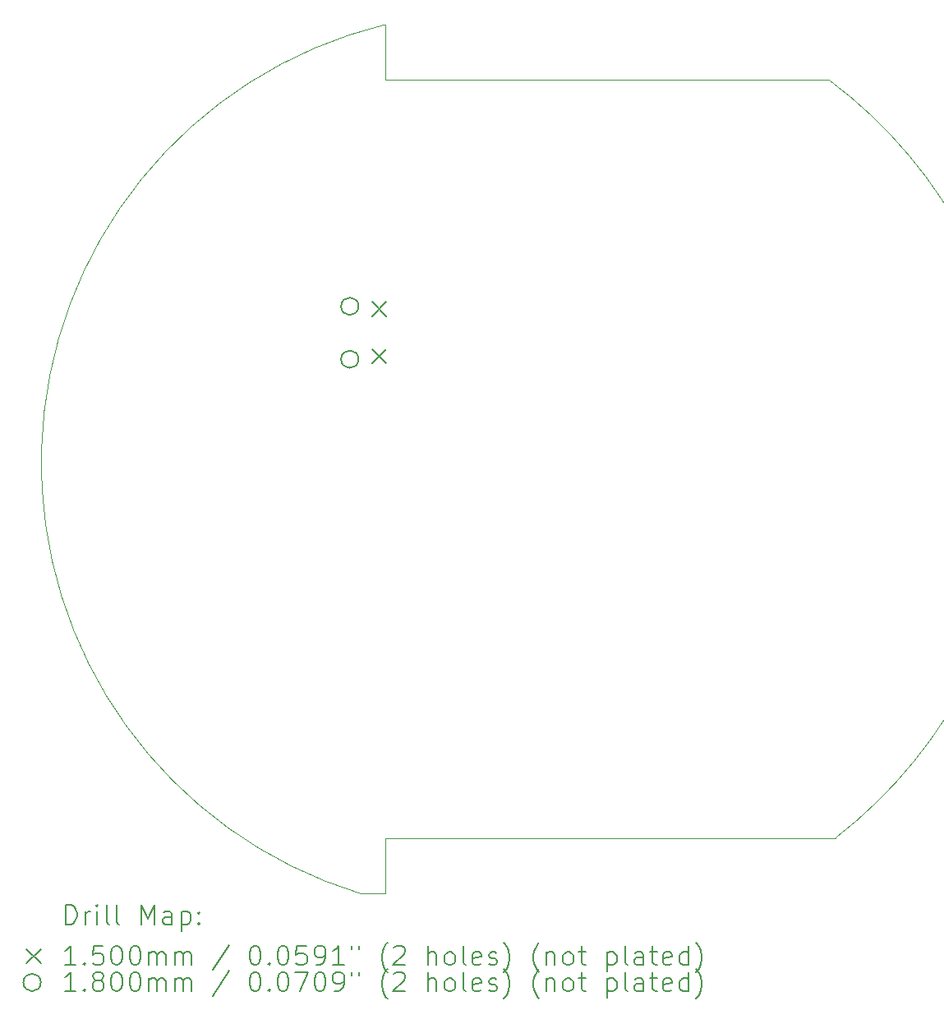
<source format=gbr>
%TF.GenerationSoftware,KiCad,Pcbnew,(6.0.9)*%
%TF.CreationDate,2022-12-06T10:38:09+05:30*%
%TF.ProjectId,micromouseus,6d696372-6f6d-46f7-9573-6575732e6b69,rev?*%
%TF.SameCoordinates,Original*%
%TF.FileFunction,Drillmap*%
%TF.FilePolarity,Positive*%
%FSLAX45Y45*%
G04 Gerber Fmt 4.5, Leading zero omitted, Abs format (unit mm)*
G04 Created by KiCad (PCBNEW (6.0.9)) date 2022-12-06 10:38:09*
%MOMM*%
%LPD*%
G01*
G04 APERTURE LIST*
%ADD10C,0.100000*%
%ADD11C,0.200000*%
%ADD12C,0.150000*%
%ADD13C,0.180000*%
G04 APERTURE END LIST*
D10*
X18097500Y-12827000D02*
G75*
G03*
X18034000Y-5016500I-2994616J3881162D01*
G01*
X13462000Y-13398500D02*
X13462000Y-12827000D01*
X18097500Y-12827000D02*
X13462000Y-12827000D01*
X13462000Y-5016500D02*
X18034000Y-5016500D01*
X13462000Y-4445000D02*
X13462000Y-5016500D01*
X13462000Y-4445000D02*
G75*
G03*
X13208000Y-13398500I1096018J-4511446D01*
G01*
X13208000Y-13398500D02*
X13462000Y-13398500D01*
D11*
D12*
X13322000Y-7302500D02*
X13472000Y-7452500D01*
X13472000Y-7302500D02*
X13322000Y-7452500D01*
X13322000Y-7787500D02*
X13472000Y-7937500D01*
X13472000Y-7787500D02*
X13322000Y-7937500D01*
D13*
X13184000Y-7347500D02*
G75*
G03*
X13184000Y-7347500I-90000J0D01*
G01*
X13184000Y-7892500D02*
G75*
G03*
X13184000Y-7892500I-90000J0D01*
G01*
D11*
X10167966Y-13713976D02*
X10167966Y-13513976D01*
X10215585Y-13513976D01*
X10244156Y-13523500D01*
X10263204Y-13542548D01*
X10272728Y-13561595D01*
X10282251Y-13599690D01*
X10282251Y-13628262D01*
X10272728Y-13666357D01*
X10263204Y-13685405D01*
X10244156Y-13704452D01*
X10215585Y-13713976D01*
X10167966Y-13713976D01*
X10367966Y-13713976D02*
X10367966Y-13580643D01*
X10367966Y-13618738D02*
X10377489Y-13599690D01*
X10387013Y-13590167D01*
X10406061Y-13580643D01*
X10425109Y-13580643D01*
X10491775Y-13713976D02*
X10491775Y-13580643D01*
X10491775Y-13513976D02*
X10482251Y-13523500D01*
X10491775Y-13533024D01*
X10501299Y-13523500D01*
X10491775Y-13513976D01*
X10491775Y-13533024D01*
X10615585Y-13713976D02*
X10596537Y-13704452D01*
X10587013Y-13685405D01*
X10587013Y-13513976D01*
X10720347Y-13713976D02*
X10701299Y-13704452D01*
X10691775Y-13685405D01*
X10691775Y-13513976D01*
X10948918Y-13713976D02*
X10948918Y-13513976D01*
X11015585Y-13656833D01*
X11082251Y-13513976D01*
X11082251Y-13713976D01*
X11263204Y-13713976D02*
X11263204Y-13609214D01*
X11253680Y-13590167D01*
X11234632Y-13580643D01*
X11196537Y-13580643D01*
X11177489Y-13590167D01*
X11263204Y-13704452D02*
X11244156Y-13713976D01*
X11196537Y-13713976D01*
X11177489Y-13704452D01*
X11167966Y-13685405D01*
X11167966Y-13666357D01*
X11177489Y-13647309D01*
X11196537Y-13637786D01*
X11244156Y-13637786D01*
X11263204Y-13628262D01*
X11358442Y-13580643D02*
X11358442Y-13780643D01*
X11358442Y-13590167D02*
X11377489Y-13580643D01*
X11415585Y-13580643D01*
X11434632Y-13590167D01*
X11444156Y-13599690D01*
X11453680Y-13618738D01*
X11453680Y-13675881D01*
X11444156Y-13694928D01*
X11434632Y-13704452D01*
X11415585Y-13713976D01*
X11377489Y-13713976D01*
X11358442Y-13704452D01*
X11539394Y-13694928D02*
X11548918Y-13704452D01*
X11539394Y-13713976D01*
X11529870Y-13704452D01*
X11539394Y-13694928D01*
X11539394Y-13713976D01*
X11539394Y-13590167D02*
X11548918Y-13599690D01*
X11539394Y-13609214D01*
X11529870Y-13599690D01*
X11539394Y-13590167D01*
X11539394Y-13609214D01*
D12*
X9760347Y-13968500D02*
X9910347Y-14118500D01*
X9910347Y-13968500D02*
X9760347Y-14118500D01*
D11*
X10272728Y-14133976D02*
X10158442Y-14133976D01*
X10215585Y-14133976D02*
X10215585Y-13933976D01*
X10196537Y-13962548D01*
X10177489Y-13981595D01*
X10158442Y-13991119D01*
X10358442Y-14114928D02*
X10367966Y-14124452D01*
X10358442Y-14133976D01*
X10348918Y-14124452D01*
X10358442Y-14114928D01*
X10358442Y-14133976D01*
X10548918Y-13933976D02*
X10453680Y-13933976D01*
X10444156Y-14029214D01*
X10453680Y-14019690D01*
X10472728Y-14010167D01*
X10520347Y-14010167D01*
X10539394Y-14019690D01*
X10548918Y-14029214D01*
X10558442Y-14048262D01*
X10558442Y-14095881D01*
X10548918Y-14114928D01*
X10539394Y-14124452D01*
X10520347Y-14133976D01*
X10472728Y-14133976D01*
X10453680Y-14124452D01*
X10444156Y-14114928D01*
X10682251Y-13933976D02*
X10701299Y-13933976D01*
X10720347Y-13943500D01*
X10729870Y-13953024D01*
X10739394Y-13972071D01*
X10748918Y-14010167D01*
X10748918Y-14057786D01*
X10739394Y-14095881D01*
X10729870Y-14114928D01*
X10720347Y-14124452D01*
X10701299Y-14133976D01*
X10682251Y-14133976D01*
X10663204Y-14124452D01*
X10653680Y-14114928D01*
X10644156Y-14095881D01*
X10634632Y-14057786D01*
X10634632Y-14010167D01*
X10644156Y-13972071D01*
X10653680Y-13953024D01*
X10663204Y-13943500D01*
X10682251Y-13933976D01*
X10872728Y-13933976D02*
X10891775Y-13933976D01*
X10910823Y-13943500D01*
X10920347Y-13953024D01*
X10929870Y-13972071D01*
X10939394Y-14010167D01*
X10939394Y-14057786D01*
X10929870Y-14095881D01*
X10920347Y-14114928D01*
X10910823Y-14124452D01*
X10891775Y-14133976D01*
X10872728Y-14133976D01*
X10853680Y-14124452D01*
X10844156Y-14114928D01*
X10834632Y-14095881D01*
X10825109Y-14057786D01*
X10825109Y-14010167D01*
X10834632Y-13972071D01*
X10844156Y-13953024D01*
X10853680Y-13943500D01*
X10872728Y-13933976D01*
X11025109Y-14133976D02*
X11025109Y-14000643D01*
X11025109Y-14019690D02*
X11034632Y-14010167D01*
X11053680Y-14000643D01*
X11082251Y-14000643D01*
X11101299Y-14010167D01*
X11110823Y-14029214D01*
X11110823Y-14133976D01*
X11110823Y-14029214D02*
X11120347Y-14010167D01*
X11139394Y-14000643D01*
X11167966Y-14000643D01*
X11187013Y-14010167D01*
X11196537Y-14029214D01*
X11196537Y-14133976D01*
X11291775Y-14133976D02*
X11291775Y-14000643D01*
X11291775Y-14019690D02*
X11301299Y-14010167D01*
X11320347Y-14000643D01*
X11348918Y-14000643D01*
X11367966Y-14010167D01*
X11377489Y-14029214D01*
X11377489Y-14133976D01*
X11377489Y-14029214D02*
X11387013Y-14010167D01*
X11406061Y-14000643D01*
X11434632Y-14000643D01*
X11453680Y-14010167D01*
X11463204Y-14029214D01*
X11463204Y-14133976D01*
X11853680Y-13924452D02*
X11682251Y-14181595D01*
X12110823Y-13933976D02*
X12129870Y-13933976D01*
X12148918Y-13943500D01*
X12158442Y-13953024D01*
X12167966Y-13972071D01*
X12177489Y-14010167D01*
X12177489Y-14057786D01*
X12167966Y-14095881D01*
X12158442Y-14114928D01*
X12148918Y-14124452D01*
X12129870Y-14133976D01*
X12110823Y-14133976D01*
X12091775Y-14124452D01*
X12082251Y-14114928D01*
X12072727Y-14095881D01*
X12063204Y-14057786D01*
X12063204Y-14010167D01*
X12072727Y-13972071D01*
X12082251Y-13953024D01*
X12091775Y-13943500D01*
X12110823Y-13933976D01*
X12263204Y-14114928D02*
X12272727Y-14124452D01*
X12263204Y-14133976D01*
X12253680Y-14124452D01*
X12263204Y-14114928D01*
X12263204Y-14133976D01*
X12396537Y-13933976D02*
X12415585Y-13933976D01*
X12434632Y-13943500D01*
X12444156Y-13953024D01*
X12453680Y-13972071D01*
X12463204Y-14010167D01*
X12463204Y-14057786D01*
X12453680Y-14095881D01*
X12444156Y-14114928D01*
X12434632Y-14124452D01*
X12415585Y-14133976D01*
X12396537Y-14133976D01*
X12377489Y-14124452D01*
X12367966Y-14114928D01*
X12358442Y-14095881D01*
X12348918Y-14057786D01*
X12348918Y-14010167D01*
X12358442Y-13972071D01*
X12367966Y-13953024D01*
X12377489Y-13943500D01*
X12396537Y-13933976D01*
X12644156Y-13933976D02*
X12548918Y-13933976D01*
X12539394Y-14029214D01*
X12548918Y-14019690D01*
X12567966Y-14010167D01*
X12615585Y-14010167D01*
X12634632Y-14019690D01*
X12644156Y-14029214D01*
X12653680Y-14048262D01*
X12653680Y-14095881D01*
X12644156Y-14114928D01*
X12634632Y-14124452D01*
X12615585Y-14133976D01*
X12567966Y-14133976D01*
X12548918Y-14124452D01*
X12539394Y-14114928D01*
X12748918Y-14133976D02*
X12787013Y-14133976D01*
X12806061Y-14124452D01*
X12815585Y-14114928D01*
X12834632Y-14086357D01*
X12844156Y-14048262D01*
X12844156Y-13972071D01*
X12834632Y-13953024D01*
X12825108Y-13943500D01*
X12806061Y-13933976D01*
X12767966Y-13933976D01*
X12748918Y-13943500D01*
X12739394Y-13953024D01*
X12729870Y-13972071D01*
X12729870Y-14019690D01*
X12739394Y-14038738D01*
X12748918Y-14048262D01*
X12767966Y-14057786D01*
X12806061Y-14057786D01*
X12825108Y-14048262D01*
X12834632Y-14038738D01*
X12844156Y-14019690D01*
X13034632Y-14133976D02*
X12920346Y-14133976D01*
X12977489Y-14133976D02*
X12977489Y-13933976D01*
X12958442Y-13962548D01*
X12939394Y-13981595D01*
X12920346Y-13991119D01*
X13110823Y-13933976D02*
X13110823Y-13972071D01*
X13187013Y-13933976D02*
X13187013Y-13972071D01*
X13482251Y-14210167D02*
X13472727Y-14200643D01*
X13453680Y-14172071D01*
X13444156Y-14153024D01*
X13434632Y-14124452D01*
X13425108Y-14076833D01*
X13425108Y-14038738D01*
X13434632Y-13991119D01*
X13444156Y-13962548D01*
X13453680Y-13943500D01*
X13472727Y-13914928D01*
X13482251Y-13905405D01*
X13548918Y-13953024D02*
X13558442Y-13943500D01*
X13577489Y-13933976D01*
X13625108Y-13933976D01*
X13644156Y-13943500D01*
X13653680Y-13953024D01*
X13663204Y-13972071D01*
X13663204Y-13991119D01*
X13653680Y-14019690D01*
X13539394Y-14133976D01*
X13663204Y-14133976D01*
X13901299Y-14133976D02*
X13901299Y-13933976D01*
X13987013Y-14133976D02*
X13987013Y-14029214D01*
X13977489Y-14010167D01*
X13958442Y-14000643D01*
X13929870Y-14000643D01*
X13910823Y-14010167D01*
X13901299Y-14019690D01*
X14110823Y-14133976D02*
X14091775Y-14124452D01*
X14082251Y-14114928D01*
X14072727Y-14095881D01*
X14072727Y-14038738D01*
X14082251Y-14019690D01*
X14091775Y-14010167D01*
X14110823Y-14000643D01*
X14139394Y-14000643D01*
X14158442Y-14010167D01*
X14167966Y-14019690D01*
X14177489Y-14038738D01*
X14177489Y-14095881D01*
X14167966Y-14114928D01*
X14158442Y-14124452D01*
X14139394Y-14133976D01*
X14110823Y-14133976D01*
X14291775Y-14133976D02*
X14272727Y-14124452D01*
X14263204Y-14105405D01*
X14263204Y-13933976D01*
X14444156Y-14124452D02*
X14425108Y-14133976D01*
X14387013Y-14133976D01*
X14367966Y-14124452D01*
X14358442Y-14105405D01*
X14358442Y-14029214D01*
X14367966Y-14010167D01*
X14387013Y-14000643D01*
X14425108Y-14000643D01*
X14444156Y-14010167D01*
X14453680Y-14029214D01*
X14453680Y-14048262D01*
X14358442Y-14067309D01*
X14529870Y-14124452D02*
X14548918Y-14133976D01*
X14587013Y-14133976D01*
X14606061Y-14124452D01*
X14615585Y-14105405D01*
X14615585Y-14095881D01*
X14606061Y-14076833D01*
X14587013Y-14067309D01*
X14558442Y-14067309D01*
X14539394Y-14057786D01*
X14529870Y-14038738D01*
X14529870Y-14029214D01*
X14539394Y-14010167D01*
X14558442Y-14000643D01*
X14587013Y-14000643D01*
X14606061Y-14010167D01*
X14682251Y-14210167D02*
X14691775Y-14200643D01*
X14710823Y-14172071D01*
X14720346Y-14153024D01*
X14729870Y-14124452D01*
X14739394Y-14076833D01*
X14739394Y-14038738D01*
X14729870Y-13991119D01*
X14720346Y-13962548D01*
X14710823Y-13943500D01*
X14691775Y-13914928D01*
X14682251Y-13905405D01*
X15044156Y-14210167D02*
X15034632Y-14200643D01*
X15015585Y-14172071D01*
X15006061Y-14153024D01*
X14996537Y-14124452D01*
X14987013Y-14076833D01*
X14987013Y-14038738D01*
X14996537Y-13991119D01*
X15006061Y-13962548D01*
X15015585Y-13943500D01*
X15034632Y-13914928D01*
X15044156Y-13905405D01*
X15120346Y-14000643D02*
X15120346Y-14133976D01*
X15120346Y-14019690D02*
X15129870Y-14010167D01*
X15148918Y-14000643D01*
X15177489Y-14000643D01*
X15196537Y-14010167D01*
X15206061Y-14029214D01*
X15206061Y-14133976D01*
X15329870Y-14133976D02*
X15310823Y-14124452D01*
X15301299Y-14114928D01*
X15291775Y-14095881D01*
X15291775Y-14038738D01*
X15301299Y-14019690D01*
X15310823Y-14010167D01*
X15329870Y-14000643D01*
X15358442Y-14000643D01*
X15377489Y-14010167D01*
X15387013Y-14019690D01*
X15396537Y-14038738D01*
X15396537Y-14095881D01*
X15387013Y-14114928D01*
X15377489Y-14124452D01*
X15358442Y-14133976D01*
X15329870Y-14133976D01*
X15453680Y-14000643D02*
X15529870Y-14000643D01*
X15482251Y-13933976D02*
X15482251Y-14105405D01*
X15491775Y-14124452D01*
X15510823Y-14133976D01*
X15529870Y-14133976D01*
X15748918Y-14000643D02*
X15748918Y-14200643D01*
X15748918Y-14010167D02*
X15767966Y-14000643D01*
X15806061Y-14000643D01*
X15825108Y-14010167D01*
X15834632Y-14019690D01*
X15844156Y-14038738D01*
X15844156Y-14095881D01*
X15834632Y-14114928D01*
X15825108Y-14124452D01*
X15806061Y-14133976D01*
X15767966Y-14133976D01*
X15748918Y-14124452D01*
X15958442Y-14133976D02*
X15939394Y-14124452D01*
X15929870Y-14105405D01*
X15929870Y-13933976D01*
X16120346Y-14133976D02*
X16120346Y-14029214D01*
X16110823Y-14010167D01*
X16091775Y-14000643D01*
X16053680Y-14000643D01*
X16034632Y-14010167D01*
X16120346Y-14124452D02*
X16101299Y-14133976D01*
X16053680Y-14133976D01*
X16034632Y-14124452D01*
X16025108Y-14105405D01*
X16025108Y-14086357D01*
X16034632Y-14067309D01*
X16053680Y-14057786D01*
X16101299Y-14057786D01*
X16120346Y-14048262D01*
X16187013Y-14000643D02*
X16263204Y-14000643D01*
X16215585Y-13933976D02*
X16215585Y-14105405D01*
X16225108Y-14124452D01*
X16244156Y-14133976D01*
X16263204Y-14133976D01*
X16406061Y-14124452D02*
X16387013Y-14133976D01*
X16348918Y-14133976D01*
X16329870Y-14124452D01*
X16320346Y-14105405D01*
X16320346Y-14029214D01*
X16329870Y-14010167D01*
X16348918Y-14000643D01*
X16387013Y-14000643D01*
X16406061Y-14010167D01*
X16415585Y-14029214D01*
X16415585Y-14048262D01*
X16320346Y-14067309D01*
X16587013Y-14133976D02*
X16587013Y-13933976D01*
X16587013Y-14124452D02*
X16567966Y-14133976D01*
X16529870Y-14133976D01*
X16510823Y-14124452D01*
X16501299Y-14114928D01*
X16491775Y-14095881D01*
X16491775Y-14038738D01*
X16501299Y-14019690D01*
X16510823Y-14010167D01*
X16529870Y-14000643D01*
X16567966Y-14000643D01*
X16587013Y-14010167D01*
X16663204Y-14210167D02*
X16672727Y-14200643D01*
X16691775Y-14172071D01*
X16701299Y-14153024D01*
X16710823Y-14124452D01*
X16720346Y-14076833D01*
X16720346Y-14038738D01*
X16710823Y-13991119D01*
X16701299Y-13962548D01*
X16691775Y-13943500D01*
X16672727Y-13914928D01*
X16663204Y-13905405D01*
D13*
X9910347Y-14313500D02*
G75*
G03*
X9910347Y-14313500I-90000J0D01*
G01*
D11*
X10272728Y-14403976D02*
X10158442Y-14403976D01*
X10215585Y-14403976D02*
X10215585Y-14203976D01*
X10196537Y-14232548D01*
X10177489Y-14251595D01*
X10158442Y-14261119D01*
X10358442Y-14384928D02*
X10367966Y-14394452D01*
X10358442Y-14403976D01*
X10348918Y-14394452D01*
X10358442Y-14384928D01*
X10358442Y-14403976D01*
X10482251Y-14289690D02*
X10463204Y-14280167D01*
X10453680Y-14270643D01*
X10444156Y-14251595D01*
X10444156Y-14242071D01*
X10453680Y-14223024D01*
X10463204Y-14213500D01*
X10482251Y-14203976D01*
X10520347Y-14203976D01*
X10539394Y-14213500D01*
X10548918Y-14223024D01*
X10558442Y-14242071D01*
X10558442Y-14251595D01*
X10548918Y-14270643D01*
X10539394Y-14280167D01*
X10520347Y-14289690D01*
X10482251Y-14289690D01*
X10463204Y-14299214D01*
X10453680Y-14308738D01*
X10444156Y-14327786D01*
X10444156Y-14365881D01*
X10453680Y-14384928D01*
X10463204Y-14394452D01*
X10482251Y-14403976D01*
X10520347Y-14403976D01*
X10539394Y-14394452D01*
X10548918Y-14384928D01*
X10558442Y-14365881D01*
X10558442Y-14327786D01*
X10548918Y-14308738D01*
X10539394Y-14299214D01*
X10520347Y-14289690D01*
X10682251Y-14203976D02*
X10701299Y-14203976D01*
X10720347Y-14213500D01*
X10729870Y-14223024D01*
X10739394Y-14242071D01*
X10748918Y-14280167D01*
X10748918Y-14327786D01*
X10739394Y-14365881D01*
X10729870Y-14384928D01*
X10720347Y-14394452D01*
X10701299Y-14403976D01*
X10682251Y-14403976D01*
X10663204Y-14394452D01*
X10653680Y-14384928D01*
X10644156Y-14365881D01*
X10634632Y-14327786D01*
X10634632Y-14280167D01*
X10644156Y-14242071D01*
X10653680Y-14223024D01*
X10663204Y-14213500D01*
X10682251Y-14203976D01*
X10872728Y-14203976D02*
X10891775Y-14203976D01*
X10910823Y-14213500D01*
X10920347Y-14223024D01*
X10929870Y-14242071D01*
X10939394Y-14280167D01*
X10939394Y-14327786D01*
X10929870Y-14365881D01*
X10920347Y-14384928D01*
X10910823Y-14394452D01*
X10891775Y-14403976D01*
X10872728Y-14403976D01*
X10853680Y-14394452D01*
X10844156Y-14384928D01*
X10834632Y-14365881D01*
X10825109Y-14327786D01*
X10825109Y-14280167D01*
X10834632Y-14242071D01*
X10844156Y-14223024D01*
X10853680Y-14213500D01*
X10872728Y-14203976D01*
X11025109Y-14403976D02*
X11025109Y-14270643D01*
X11025109Y-14289690D02*
X11034632Y-14280167D01*
X11053680Y-14270643D01*
X11082251Y-14270643D01*
X11101299Y-14280167D01*
X11110823Y-14299214D01*
X11110823Y-14403976D01*
X11110823Y-14299214D02*
X11120347Y-14280167D01*
X11139394Y-14270643D01*
X11167966Y-14270643D01*
X11187013Y-14280167D01*
X11196537Y-14299214D01*
X11196537Y-14403976D01*
X11291775Y-14403976D02*
X11291775Y-14270643D01*
X11291775Y-14289690D02*
X11301299Y-14280167D01*
X11320347Y-14270643D01*
X11348918Y-14270643D01*
X11367966Y-14280167D01*
X11377489Y-14299214D01*
X11377489Y-14403976D01*
X11377489Y-14299214D02*
X11387013Y-14280167D01*
X11406061Y-14270643D01*
X11434632Y-14270643D01*
X11453680Y-14280167D01*
X11463204Y-14299214D01*
X11463204Y-14403976D01*
X11853680Y-14194452D02*
X11682251Y-14451595D01*
X12110823Y-14203976D02*
X12129870Y-14203976D01*
X12148918Y-14213500D01*
X12158442Y-14223024D01*
X12167966Y-14242071D01*
X12177489Y-14280167D01*
X12177489Y-14327786D01*
X12167966Y-14365881D01*
X12158442Y-14384928D01*
X12148918Y-14394452D01*
X12129870Y-14403976D01*
X12110823Y-14403976D01*
X12091775Y-14394452D01*
X12082251Y-14384928D01*
X12072727Y-14365881D01*
X12063204Y-14327786D01*
X12063204Y-14280167D01*
X12072727Y-14242071D01*
X12082251Y-14223024D01*
X12091775Y-14213500D01*
X12110823Y-14203976D01*
X12263204Y-14384928D02*
X12272727Y-14394452D01*
X12263204Y-14403976D01*
X12253680Y-14394452D01*
X12263204Y-14384928D01*
X12263204Y-14403976D01*
X12396537Y-14203976D02*
X12415585Y-14203976D01*
X12434632Y-14213500D01*
X12444156Y-14223024D01*
X12453680Y-14242071D01*
X12463204Y-14280167D01*
X12463204Y-14327786D01*
X12453680Y-14365881D01*
X12444156Y-14384928D01*
X12434632Y-14394452D01*
X12415585Y-14403976D01*
X12396537Y-14403976D01*
X12377489Y-14394452D01*
X12367966Y-14384928D01*
X12358442Y-14365881D01*
X12348918Y-14327786D01*
X12348918Y-14280167D01*
X12358442Y-14242071D01*
X12367966Y-14223024D01*
X12377489Y-14213500D01*
X12396537Y-14203976D01*
X12529870Y-14203976D02*
X12663204Y-14203976D01*
X12577489Y-14403976D01*
X12777489Y-14203976D02*
X12796537Y-14203976D01*
X12815585Y-14213500D01*
X12825108Y-14223024D01*
X12834632Y-14242071D01*
X12844156Y-14280167D01*
X12844156Y-14327786D01*
X12834632Y-14365881D01*
X12825108Y-14384928D01*
X12815585Y-14394452D01*
X12796537Y-14403976D01*
X12777489Y-14403976D01*
X12758442Y-14394452D01*
X12748918Y-14384928D01*
X12739394Y-14365881D01*
X12729870Y-14327786D01*
X12729870Y-14280167D01*
X12739394Y-14242071D01*
X12748918Y-14223024D01*
X12758442Y-14213500D01*
X12777489Y-14203976D01*
X12939394Y-14403976D02*
X12977489Y-14403976D01*
X12996537Y-14394452D01*
X13006061Y-14384928D01*
X13025108Y-14356357D01*
X13034632Y-14318262D01*
X13034632Y-14242071D01*
X13025108Y-14223024D01*
X13015585Y-14213500D01*
X12996537Y-14203976D01*
X12958442Y-14203976D01*
X12939394Y-14213500D01*
X12929870Y-14223024D01*
X12920346Y-14242071D01*
X12920346Y-14289690D01*
X12929870Y-14308738D01*
X12939394Y-14318262D01*
X12958442Y-14327786D01*
X12996537Y-14327786D01*
X13015585Y-14318262D01*
X13025108Y-14308738D01*
X13034632Y-14289690D01*
X13110823Y-14203976D02*
X13110823Y-14242071D01*
X13187013Y-14203976D02*
X13187013Y-14242071D01*
X13482251Y-14480167D02*
X13472727Y-14470643D01*
X13453680Y-14442071D01*
X13444156Y-14423024D01*
X13434632Y-14394452D01*
X13425108Y-14346833D01*
X13425108Y-14308738D01*
X13434632Y-14261119D01*
X13444156Y-14232548D01*
X13453680Y-14213500D01*
X13472727Y-14184928D01*
X13482251Y-14175405D01*
X13548918Y-14223024D02*
X13558442Y-14213500D01*
X13577489Y-14203976D01*
X13625108Y-14203976D01*
X13644156Y-14213500D01*
X13653680Y-14223024D01*
X13663204Y-14242071D01*
X13663204Y-14261119D01*
X13653680Y-14289690D01*
X13539394Y-14403976D01*
X13663204Y-14403976D01*
X13901299Y-14403976D02*
X13901299Y-14203976D01*
X13987013Y-14403976D02*
X13987013Y-14299214D01*
X13977489Y-14280167D01*
X13958442Y-14270643D01*
X13929870Y-14270643D01*
X13910823Y-14280167D01*
X13901299Y-14289690D01*
X14110823Y-14403976D02*
X14091775Y-14394452D01*
X14082251Y-14384928D01*
X14072727Y-14365881D01*
X14072727Y-14308738D01*
X14082251Y-14289690D01*
X14091775Y-14280167D01*
X14110823Y-14270643D01*
X14139394Y-14270643D01*
X14158442Y-14280167D01*
X14167966Y-14289690D01*
X14177489Y-14308738D01*
X14177489Y-14365881D01*
X14167966Y-14384928D01*
X14158442Y-14394452D01*
X14139394Y-14403976D01*
X14110823Y-14403976D01*
X14291775Y-14403976D02*
X14272727Y-14394452D01*
X14263204Y-14375405D01*
X14263204Y-14203976D01*
X14444156Y-14394452D02*
X14425108Y-14403976D01*
X14387013Y-14403976D01*
X14367966Y-14394452D01*
X14358442Y-14375405D01*
X14358442Y-14299214D01*
X14367966Y-14280167D01*
X14387013Y-14270643D01*
X14425108Y-14270643D01*
X14444156Y-14280167D01*
X14453680Y-14299214D01*
X14453680Y-14318262D01*
X14358442Y-14337309D01*
X14529870Y-14394452D02*
X14548918Y-14403976D01*
X14587013Y-14403976D01*
X14606061Y-14394452D01*
X14615585Y-14375405D01*
X14615585Y-14365881D01*
X14606061Y-14346833D01*
X14587013Y-14337309D01*
X14558442Y-14337309D01*
X14539394Y-14327786D01*
X14529870Y-14308738D01*
X14529870Y-14299214D01*
X14539394Y-14280167D01*
X14558442Y-14270643D01*
X14587013Y-14270643D01*
X14606061Y-14280167D01*
X14682251Y-14480167D02*
X14691775Y-14470643D01*
X14710823Y-14442071D01*
X14720346Y-14423024D01*
X14729870Y-14394452D01*
X14739394Y-14346833D01*
X14739394Y-14308738D01*
X14729870Y-14261119D01*
X14720346Y-14232548D01*
X14710823Y-14213500D01*
X14691775Y-14184928D01*
X14682251Y-14175405D01*
X15044156Y-14480167D02*
X15034632Y-14470643D01*
X15015585Y-14442071D01*
X15006061Y-14423024D01*
X14996537Y-14394452D01*
X14987013Y-14346833D01*
X14987013Y-14308738D01*
X14996537Y-14261119D01*
X15006061Y-14232548D01*
X15015585Y-14213500D01*
X15034632Y-14184928D01*
X15044156Y-14175405D01*
X15120346Y-14270643D02*
X15120346Y-14403976D01*
X15120346Y-14289690D02*
X15129870Y-14280167D01*
X15148918Y-14270643D01*
X15177489Y-14270643D01*
X15196537Y-14280167D01*
X15206061Y-14299214D01*
X15206061Y-14403976D01*
X15329870Y-14403976D02*
X15310823Y-14394452D01*
X15301299Y-14384928D01*
X15291775Y-14365881D01*
X15291775Y-14308738D01*
X15301299Y-14289690D01*
X15310823Y-14280167D01*
X15329870Y-14270643D01*
X15358442Y-14270643D01*
X15377489Y-14280167D01*
X15387013Y-14289690D01*
X15396537Y-14308738D01*
X15396537Y-14365881D01*
X15387013Y-14384928D01*
X15377489Y-14394452D01*
X15358442Y-14403976D01*
X15329870Y-14403976D01*
X15453680Y-14270643D02*
X15529870Y-14270643D01*
X15482251Y-14203976D02*
X15482251Y-14375405D01*
X15491775Y-14394452D01*
X15510823Y-14403976D01*
X15529870Y-14403976D01*
X15748918Y-14270643D02*
X15748918Y-14470643D01*
X15748918Y-14280167D02*
X15767966Y-14270643D01*
X15806061Y-14270643D01*
X15825108Y-14280167D01*
X15834632Y-14289690D01*
X15844156Y-14308738D01*
X15844156Y-14365881D01*
X15834632Y-14384928D01*
X15825108Y-14394452D01*
X15806061Y-14403976D01*
X15767966Y-14403976D01*
X15748918Y-14394452D01*
X15958442Y-14403976D02*
X15939394Y-14394452D01*
X15929870Y-14375405D01*
X15929870Y-14203976D01*
X16120346Y-14403976D02*
X16120346Y-14299214D01*
X16110823Y-14280167D01*
X16091775Y-14270643D01*
X16053680Y-14270643D01*
X16034632Y-14280167D01*
X16120346Y-14394452D02*
X16101299Y-14403976D01*
X16053680Y-14403976D01*
X16034632Y-14394452D01*
X16025108Y-14375405D01*
X16025108Y-14356357D01*
X16034632Y-14337309D01*
X16053680Y-14327786D01*
X16101299Y-14327786D01*
X16120346Y-14318262D01*
X16187013Y-14270643D02*
X16263204Y-14270643D01*
X16215585Y-14203976D02*
X16215585Y-14375405D01*
X16225108Y-14394452D01*
X16244156Y-14403976D01*
X16263204Y-14403976D01*
X16406061Y-14394452D02*
X16387013Y-14403976D01*
X16348918Y-14403976D01*
X16329870Y-14394452D01*
X16320346Y-14375405D01*
X16320346Y-14299214D01*
X16329870Y-14280167D01*
X16348918Y-14270643D01*
X16387013Y-14270643D01*
X16406061Y-14280167D01*
X16415585Y-14299214D01*
X16415585Y-14318262D01*
X16320346Y-14337309D01*
X16587013Y-14403976D02*
X16587013Y-14203976D01*
X16587013Y-14394452D02*
X16567966Y-14403976D01*
X16529870Y-14403976D01*
X16510823Y-14394452D01*
X16501299Y-14384928D01*
X16491775Y-14365881D01*
X16491775Y-14308738D01*
X16501299Y-14289690D01*
X16510823Y-14280167D01*
X16529870Y-14270643D01*
X16567966Y-14270643D01*
X16587013Y-14280167D01*
X16663204Y-14480167D02*
X16672727Y-14470643D01*
X16691775Y-14442071D01*
X16701299Y-14423024D01*
X16710823Y-14394452D01*
X16720346Y-14346833D01*
X16720346Y-14308738D01*
X16710823Y-14261119D01*
X16701299Y-14232548D01*
X16691775Y-14213500D01*
X16672727Y-14184928D01*
X16663204Y-14175405D01*
M02*

</source>
